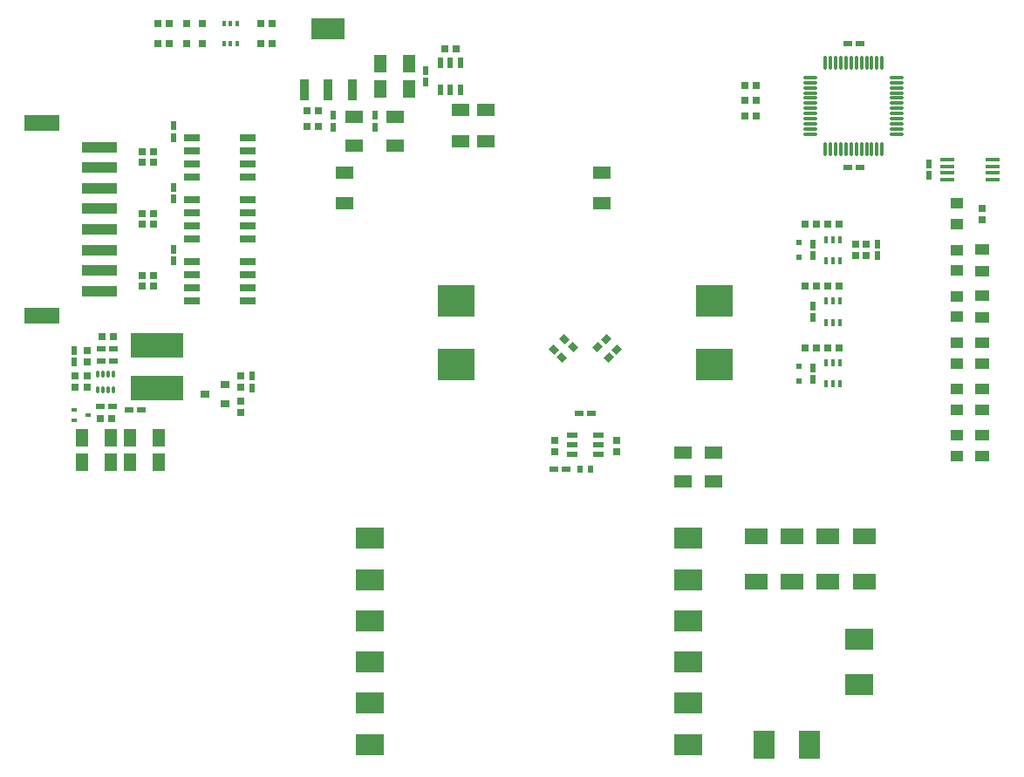
<source format=gbr>
%TF.GenerationSoftware,Altium Limited,Altium Designer,25.3.3 (18)*%
G04 Layer_Color=8421504*
%FSLAX45Y45*%
%MOMM*%
%TF.SameCoordinates,6C4DDBA2-F481-4B1E-A352-F181FF77F2E2*%
%TF.FilePolarity,Positive*%
%TF.FileFunction,Paste,Top*%
%TF.Part,Single*%
G01*
G75*
%TA.AperFunction,ConnectorPad*%
%ADD12R,2.75000X2.00000*%
%TA.AperFunction,SMDPad,CuDef*%
%ADD13R,0.65000X0.80000*%
%ADD14R,1.10000X0.60000*%
%ADD16R,0.60000X0.50000*%
%ADD17R,0.60000X0.85000*%
%ADD18R,0.30000X0.75000*%
%ADD19R,0.80000X0.65000*%
%ADD20R,1.45000X0.45000*%
%ADD21R,0.85000X0.60000*%
%ADD22R,0.57000X0.64000*%
%ADD23R,0.90000X0.80000*%
%ADD24R,1.30000X1.80000*%
%ADD25O,0.30000X1.40000*%
%ADD26O,1.40000X0.30000*%
%ADD27R,0.42000X0.60000*%
%ADD28R,2.74300X2.15900*%
%ADD29R,2.15900X2.74300*%
%ADD30R,0.51000X0.40000*%
%ADD31R,3.40000X1.50000*%
%ADD32R,3.50000X1.00000*%
G04:AMPARAMS|DCode=33|XSize=1.55mm|YSize=0.6mm|CornerRadius=0.05mm|HoleSize=0mm|Usage=FLASHONLY|Rotation=180.000|XOffset=0mm|YOffset=0mm|HoleType=Round|Shape=RoundedRectangle|*
%AMROUNDEDRECTD33*
21,1,1.55000,0.50000,0,0,180.0*
21,1,1.45000,0.60000,0,0,180.0*
1,1,0.10000,-0.72500,0.25000*
1,1,0.10000,0.72500,0.25000*
1,1,0.10000,0.72500,-0.25000*
1,1,0.10000,-0.72500,-0.25000*
%
%ADD33ROUNDEDRECTD33*%
%ADD34R,5.10000X2.35000*%
%ADD35R,1.80000X1.30000*%
%ADD36R,0.90000X2.10000*%
%ADD37R,3.30000X2.10000*%
G04:AMPARAMS|DCode=38|XSize=0.65mm|YSize=0.8mm|CornerRadius=0mm|HoleSize=0mm|Usage=FLASHONLY|Rotation=225.000|XOffset=0mm|YOffset=0mm|HoleType=Round|Shape=Rectangle|*
%AMROTATEDRECTD38*
4,1,4,-0.05303,0.51265,0.51265,-0.05303,0.05303,-0.51265,-0.51265,0.05303,-0.05303,0.51265,0.0*
%
%ADD38ROTATEDRECTD38*%

G04:AMPARAMS|DCode=39|XSize=0.65mm|YSize=0.8mm|CornerRadius=0mm|HoleSize=0mm|Usage=FLASHONLY|Rotation=135.000|XOffset=0mm|YOffset=0mm|HoleType=Round|Shape=Rectangle|*
%AMROTATEDRECTD39*
4,1,4,0.51265,0.05303,-0.05303,-0.51265,-0.51265,-0.05303,0.05303,0.51265,0.51265,0.05303,0.0*
%
%ADD39ROTATEDRECTD39*%

%ADD40R,0.60000X1.10000*%
%ADD41R,3.57000X3.10000*%
%ADD42R,0.80000X0.80000*%
G04:AMPARAMS|DCode=43|XSize=0.67mm|YSize=0.3mm|CornerRadius=0.05mm|HoleSize=0mm|Usage=FLASHONLY|Rotation=90.000|XOffset=0mm|YOffset=0mm|HoleType=Round|Shape=RoundedRectangle|*
%AMROUNDEDRECTD43*
21,1,0.67000,0.20000,0,0,90.0*
21,1,0.57000,0.30000,0,0,90.0*
1,1,0.10000,0.10000,0.28500*
1,1,0.10000,0.10000,-0.28500*
1,1,0.10000,-0.10000,-0.28500*
1,1,0.10000,-0.10000,0.28500*
%
%ADD43ROUNDEDRECTD43*%
%ADD44R,1.15000X1.00000*%
%ADD45R,1.40000X1.05000*%
%ADD46R,2.20000X1.55000*%
D12*
X3402500Y2400000D02*
D03*
Y2000000D02*
D03*
Y1600000D02*
D03*
Y1200000D02*
D03*
Y800000D02*
D03*
Y400000D02*
D03*
X6497500D02*
D03*
Y800000D02*
D03*
Y1200000D02*
D03*
Y1600000D02*
D03*
Y2000000D02*
D03*
Y2400000D02*
D03*
D13*
X5800000Y3245000D02*
D03*
X5800000Y3355000D02*
D03*
X5200000Y3355000D02*
D03*
Y3245000D02*
D03*
X8120000Y5255000D02*
D03*
X8120000Y5145001D02*
D03*
X8220000Y5255000D02*
D03*
Y5145000D02*
D03*
X655881Y4224561D02*
D03*
X655881Y4114561D02*
D03*
X2150000Y3865000D02*
D03*
Y3975000D02*
D03*
X2150000Y3625000D02*
D03*
Y3735000D02*
D03*
X540000Y3865000D02*
D03*
Y3975000D02*
D03*
X655900Y3975000D02*
D03*
X655899Y3865000D02*
D03*
X9350000Y5494999D02*
D03*
Y5604999D02*
D03*
D14*
X5624000Y3215000D02*
D03*
Y3310000D02*
D03*
Y3405000D02*
D03*
X5364000D02*
D03*
Y3310000D02*
D03*
Y3215000D02*
D03*
D16*
X7570000Y5130000D02*
D03*
Y5270000D02*
D03*
Y3930000D02*
D03*
Y4070000D02*
D03*
D17*
X8330000Y5257500D02*
D03*
Y5142501D02*
D03*
X8830000Y5922500D02*
D03*
Y6037500D02*
D03*
X7700000Y4057500D02*
D03*
Y3942500D02*
D03*
Y4657500D02*
D03*
Y4542500D02*
D03*
X7700000Y5257500D02*
D03*
Y5142500D02*
D03*
X2260000Y3977500D02*
D03*
X2260000Y3862501D02*
D03*
X1500000Y5207500D02*
D03*
Y5092500D02*
D03*
Y5807500D02*
D03*
Y5692500D02*
D03*
X1500000Y6407500D02*
D03*
X1500000Y6292499D02*
D03*
X3946000Y6943500D02*
D03*
Y6828500D02*
D03*
X535881Y4227062D02*
D03*
Y4112062D02*
D03*
X3050000Y6392501D02*
D03*
Y6507500D02*
D03*
X3450000Y6392501D02*
D03*
X3450000Y6507500D02*
D03*
D18*
X7965000Y4102500D02*
D03*
X7900000D02*
D03*
X7835000D02*
D03*
Y3897500D02*
D03*
X7900000D02*
D03*
X7965000D02*
D03*
X7965000Y4702500D02*
D03*
X7900000D02*
D03*
X7835000D02*
D03*
Y4497500D02*
D03*
X7900000D02*
D03*
X7965000D02*
D03*
X7965000Y5302500D02*
D03*
X7900000D02*
D03*
X7835000D02*
D03*
Y5097500D02*
D03*
X7900000D02*
D03*
X7965000D02*
D03*
D19*
X7735000Y4250000D02*
D03*
X7625000Y4250000D02*
D03*
X7955000Y4250000D02*
D03*
X7845000Y4250000D02*
D03*
X7155001Y6650000D02*
D03*
X7045000Y6650000D02*
D03*
X7045001Y6800000D02*
D03*
X7155000Y6800000D02*
D03*
Y6500000D02*
D03*
X7045000Y6500000D02*
D03*
X7625000Y5450000D02*
D03*
X7735000Y5450000D02*
D03*
X7955000Y5450000D02*
D03*
X7845000Y5450000D02*
D03*
X2905000Y6400000D02*
D03*
X2795000D02*
D03*
X7625000Y4850000D02*
D03*
X7735000Y4850000D02*
D03*
X7955000Y4850000D02*
D03*
X7845000Y4850000D02*
D03*
X800881Y4359562D02*
D03*
X910881D02*
D03*
X1195000Y5550000D02*
D03*
X1305000Y5550000D02*
D03*
X1195000Y5450000D02*
D03*
X1305000Y5450000D02*
D03*
X1195000Y4950000D02*
D03*
X1305000D02*
D03*
X1195000Y4850000D02*
D03*
X1305000D02*
D03*
X4241000Y7156000D02*
D03*
X4131000Y7156000D02*
D03*
X790882Y3559562D02*
D03*
X900882Y3559562D02*
D03*
X2345000Y7400000D02*
D03*
X2455000Y7400000D02*
D03*
X1345000Y7200000D02*
D03*
X1455000Y7200000D02*
D03*
X1345000Y7400000D02*
D03*
X1455000Y7400000D02*
D03*
X2455000Y7200000D02*
D03*
X2345001Y7200000D02*
D03*
X1305000Y6050000D02*
D03*
X1195000D02*
D03*
Y6150000D02*
D03*
X1305000D02*
D03*
X2905000Y6550000D02*
D03*
X2795001D02*
D03*
D20*
X9445000Y5882500D02*
D03*
X9445000Y5947500D02*
D03*
X9445000Y6012500D02*
D03*
X9445000Y6077500D02*
D03*
X9005000Y5882500D02*
D03*
X9005000Y5947500D02*
D03*
X9005000Y6012500D02*
D03*
X9005000Y6077500D02*
D03*
D21*
X5551500Y3610000D02*
D03*
X5436500D02*
D03*
X5192500Y3070000D02*
D03*
X5307500Y3070000D02*
D03*
X8157500Y7200000D02*
D03*
X8042500Y7200000D02*
D03*
X8157500Y6000000D02*
D03*
X8042500Y6000000D02*
D03*
X1068381Y3649562D02*
D03*
X1183381D02*
D03*
X788381Y3679562D02*
D03*
X903381D02*
D03*
X798381Y4119561D02*
D03*
X913381Y4119561D02*
D03*
Y4239561D02*
D03*
X798381D02*
D03*
D22*
X5543000Y3070000D02*
D03*
X5445000Y3070000D02*
D03*
D23*
X1800000Y3800000D02*
D03*
X2000000Y3890000D02*
D03*
Y3710000D02*
D03*
D24*
X3786000Y6766000D02*
D03*
X3506000Y6766001D02*
D03*
X885881Y3139561D02*
D03*
X605881Y3139562D02*
D03*
X605881Y3379562D02*
D03*
X885881D02*
D03*
X3506000Y7006001D02*
D03*
X3786000Y7006000D02*
D03*
X1075881Y3139562D02*
D03*
X1355881Y3139561D02*
D03*
X1355881Y3379562D02*
D03*
X1075881D02*
D03*
D25*
X8375000Y7019999D02*
D03*
X8325000Y7020000D02*
D03*
X8275000D02*
D03*
X8225000D02*
D03*
X8175000Y7019999D02*
D03*
X8125000D02*
D03*
X8075000Y7020000D02*
D03*
X8025000D02*
D03*
X7975000D02*
D03*
X7924999Y7020000D02*
D03*
X7875000D02*
D03*
X7825000D02*
D03*
Y6180000D02*
D03*
X7875000D02*
D03*
X7925000Y6180000D02*
D03*
X7975000D02*
D03*
X8024999Y6180000D02*
D03*
X8075000Y6180000D02*
D03*
X8125000Y6180000D02*
D03*
X8175000D02*
D03*
X8225000Y6180000D02*
D03*
X8275000D02*
D03*
X8325000D02*
D03*
X8375000D02*
D03*
D26*
X7680000Y6875000D02*
D03*
X7680001Y6824999D02*
D03*
X7680000Y6775000D02*
D03*
Y6725000D02*
D03*
Y6675000D02*
D03*
Y6625000D02*
D03*
Y6575000D02*
D03*
Y6525000D02*
D03*
Y6475000D02*
D03*
Y6425000D02*
D03*
Y6375000D02*
D03*
Y6325000D02*
D03*
X8520000D02*
D03*
Y6375000D02*
D03*
X8520000Y6425000D02*
D03*
X8520000Y6475000D02*
D03*
Y6525000D02*
D03*
Y6575000D02*
D03*
X8520000Y6625000D02*
D03*
X8520000Y6675000D02*
D03*
Y6725000D02*
D03*
Y6775000D02*
D03*
Y6825000D02*
D03*
X8520000Y6875000D02*
D03*
D27*
X1985000Y7395000D02*
D03*
X1985000Y7205000D02*
D03*
X2115000D02*
D03*
X2050000D02*
D03*
X2115000Y7395000D02*
D03*
X2050000D02*
D03*
D28*
X8150000Y979000D02*
D03*
Y1421000D02*
D03*
D29*
X7229000Y400000D02*
D03*
X7671000D02*
D03*
D30*
X664999Y3600000D02*
D03*
X534999Y3550000D02*
D03*
Y3650000D02*
D03*
D31*
X220000Y6435000D02*
D03*
Y4565000D02*
D03*
D32*
X775000Y5400000D02*
D03*
Y5200000D02*
D03*
Y5000000D02*
D03*
Y6200000D02*
D03*
Y6000000D02*
D03*
Y5800000D02*
D03*
Y5600000D02*
D03*
Y4800000D02*
D03*
D33*
X1680000Y4709500D02*
D03*
X1680000Y4836500D02*
D03*
X1680000Y4963500D02*
D03*
Y5090500D02*
D03*
X2220000D02*
D03*
Y4963500D02*
D03*
X2220000Y4836500D02*
D03*
X2220000Y4709500D02*
D03*
X1680000Y5309500D02*
D03*
Y5436500D02*
D03*
X1680000Y5563500D02*
D03*
X1680000Y5690500D02*
D03*
X2220000D02*
D03*
Y5563500D02*
D03*
X2220000Y5436500D02*
D03*
X2220000Y5309500D02*
D03*
X1680000Y5909500D02*
D03*
X1680000Y6036500D02*
D03*
X1680000Y6163500D02*
D03*
Y6290500D02*
D03*
X2220000Y6290500D02*
D03*
Y6163500D02*
D03*
Y6036500D02*
D03*
Y5909500D02*
D03*
D34*
X1335881Y4277062D02*
D03*
Y3862062D02*
D03*
D35*
X4286000Y6256000D02*
D03*
X4286001Y6556000D02*
D03*
X4526000Y6256000D02*
D03*
Y6556000D02*
D03*
X3250000Y6210000D02*
D03*
Y6490000D02*
D03*
X3650000D02*
D03*
X3650000Y6210000D02*
D03*
X5656000Y5650000D02*
D03*
X5656000Y5950000D02*
D03*
X3156000Y5650000D02*
D03*
X3156000Y5950000D02*
D03*
X6440000Y3230000D02*
D03*
Y2950000D02*
D03*
X6740000D02*
D03*
X6740000Y3230000D02*
D03*
D36*
X2770000Y6755000D02*
D03*
X3000000D02*
D03*
X3230000D02*
D03*
D37*
X3000000Y7345000D02*
D03*
D38*
X5265781Y4151508D02*
D03*
X5188000Y4229289D02*
D03*
X5371847Y4257574D02*
D03*
X5294066Y4335356D02*
D03*
D39*
X5722218Y4151508D02*
D03*
X5800000Y4229289D02*
D03*
X5616152Y4257574D02*
D03*
X5693934Y4335355D02*
D03*
D40*
X4091000Y6756000D02*
D03*
X4186000D02*
D03*
X4281000D02*
D03*
Y7016000D02*
D03*
X4186000D02*
D03*
X4091000D02*
D03*
D41*
X6744000Y4090000D02*
D03*
X6744000Y4710000D02*
D03*
X4244000Y4090000D02*
D03*
Y4710000D02*
D03*
D42*
X1775000Y7200000D02*
D03*
X1625000D02*
D03*
Y7400000D02*
D03*
X1775000D02*
D03*
D43*
X760899Y3993600D02*
D03*
X810900D02*
D03*
X860899D02*
D03*
X910899D02*
D03*
Y3845600D02*
D03*
X860899D02*
D03*
X810900D02*
D03*
X760899D02*
D03*
D44*
X9100000Y4550000D02*
D03*
Y4750000D02*
D03*
Y5450000D02*
D03*
Y5650000D02*
D03*
Y4100000D02*
D03*
Y4300000D02*
D03*
Y3650000D02*
D03*
Y3850000D02*
D03*
Y3200000D02*
D03*
Y3400000D02*
D03*
Y5000000D02*
D03*
Y5200000D02*
D03*
D45*
X9350000Y4997500D02*
D03*
Y5202500D02*
D03*
X9350001Y4547500D02*
D03*
Y4752500D02*
D03*
X9350001Y4097500D02*
D03*
Y4302500D02*
D03*
X9350000Y3647500D02*
D03*
Y3852500D02*
D03*
X9350000Y3197500D02*
D03*
Y3402500D02*
D03*
D46*
X7500000Y1980000D02*
D03*
X7500000Y2419999D02*
D03*
X7850000Y1980000D02*
D03*
Y2420000D02*
D03*
X8200000Y1980000D02*
D03*
Y2420000D02*
D03*
X7150000Y1980000D02*
D03*
Y2420000D02*
D03*
%TF.MD5,6b06609a518f8e023e390f4c451ecb5a*%
M02*

</source>
